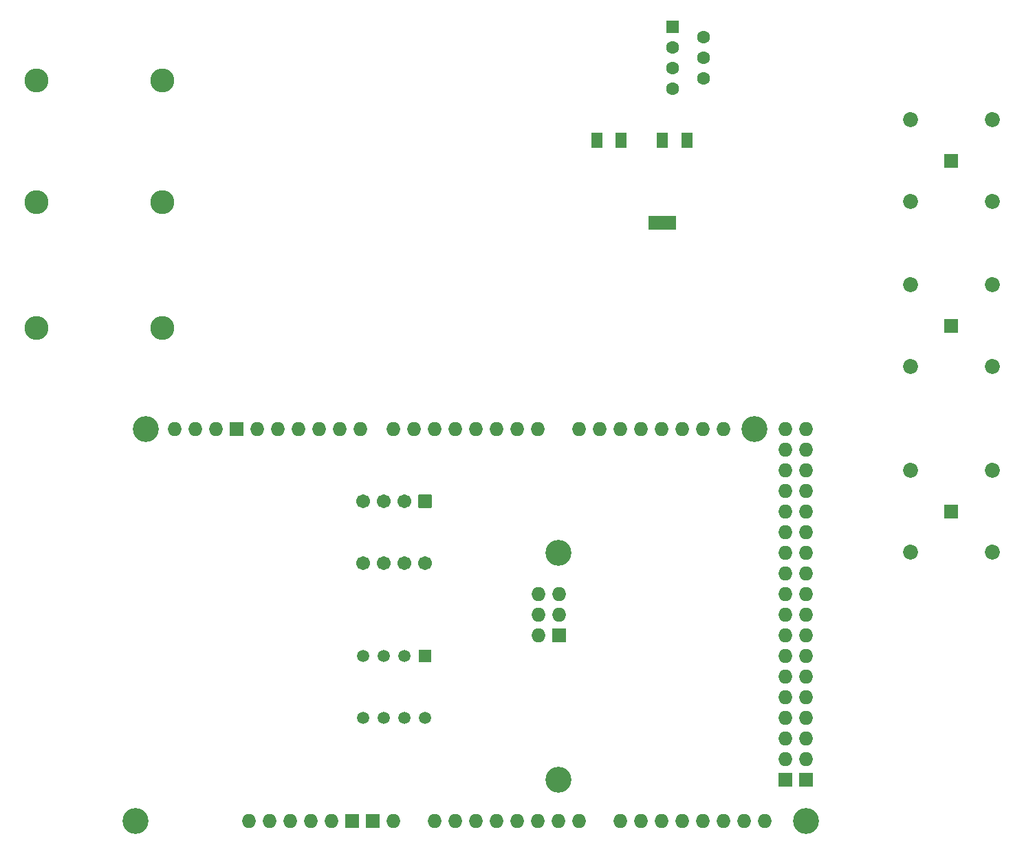
<source format=gbr>
%TF.GenerationSoftware,KiCad,Pcbnew,7.0.10*%
%TF.CreationDate,2024-01-29T13:59:38-08:00*%
%TF.ProjectId,V2_rampGen,56325f72-616d-4704-9765-6e2e6b696361,rev?*%
%TF.SameCoordinates,Original*%
%TF.FileFunction,Soldermask,Bot*%
%TF.FilePolarity,Negative*%
%FSLAX46Y46*%
G04 Gerber Fmt 4.6, Leading zero omitted, Abs format (unit mm)*
G04 Created by KiCad (PCBNEW 7.0.10) date 2024-01-29 13:59:38*
%MOMM*%
%LPD*%
G01*
G04 APERTURE LIST*
G04 Aperture macros list*
%AMRoundRect*
0 Rectangle with rounded corners*
0 $1 Rounding radius*
0 $2 $3 $4 $5 $6 $7 $8 $9 X,Y pos of 4 corners*
0 Add a 4 corners polygon primitive as box body*
4,1,4,$2,$3,$4,$5,$6,$7,$8,$9,$2,$3,0*
0 Add four circle primitives for the rounded corners*
1,1,$1+$1,$2,$3*
1,1,$1+$1,$4,$5*
1,1,$1+$1,$6,$7*
1,1,$1+$1,$8,$9*
0 Add four rect primitives between the rounded corners*
20,1,$1+$1,$2,$3,$4,$5,0*
20,1,$1+$1,$4,$5,$6,$7,0*
20,1,$1+$1,$6,$7,$8,$9,0*
20,1,$1+$1,$8,$9,$2,$3,0*%
G04 Aperture macros list end*
%ADD10C,2.950000*%
%ADD11R,1.700000X1.700000*%
%ADD12C,1.850000*%
%ADD13R,1.600000X1.600000*%
%ADD14C,1.600000*%
%ADD15C,3.200000*%
%ADD16O,1.727200X1.727200*%
%ADD17R,1.727200X1.727200*%
%ADD18R,1.500000X1.500000*%
%ADD19C,1.500000*%
%ADD20RoundRect,0.102000X-0.749300X0.749300X-0.749300X-0.749300X0.749300X-0.749300X0.749300X0.749300X0*%
%ADD21C,1.702600*%
%ADD22R,1.455740X1.858220*%
%ADD23R,3.430000X1.780000*%
G04 APERTURE END LIST*
D10*
%TO.C,J8*%
X70499990Y-84119970D03*
X54999990Y-84119970D03*
%TD*%
%TO.C,J9*%
X70499990Y-68580000D03*
X54999990Y-68580000D03*
%TD*%
D11*
%TO.C,J7*%
X167640000Y-106679990D03*
D12*
X162590020Y-101630010D03*
X172689980Y-101630010D03*
X162590020Y-111730020D03*
X172689980Y-111730020D03*
%TD*%
D11*
%TO.C,J6*%
X167640000Y-83819990D03*
D12*
X162590020Y-78770010D03*
X172689980Y-78770010D03*
X162590020Y-88870020D03*
X172689980Y-88870020D03*
%TD*%
D10*
%TO.C,J5*%
X70499990Y-53639970D03*
X54999990Y-53639970D03*
%TD*%
D13*
%TO.C,U1*%
X133350000Y-46990000D03*
D14*
X137160000Y-48260000D03*
X133350000Y-49530000D03*
X137160000Y-50800000D03*
X133350000Y-52070000D03*
X137160000Y-53340000D03*
X133350000Y-54610000D03*
%TD*%
D15*
%TO.C,A1*%
X67183000Y-144780000D03*
X68453000Y-96520000D03*
D16*
X81153000Y-144780000D03*
D15*
X119253000Y-111760000D03*
X119253000Y-139700000D03*
X143383000Y-96520000D03*
X149733000Y-144780000D03*
D16*
X88773000Y-144780000D03*
X91313000Y-144780000D03*
X119380000Y-116840000D03*
X147193000Y-96520000D03*
X149733000Y-96520000D03*
X104013000Y-144780000D03*
X106553000Y-144780000D03*
X109093000Y-144780000D03*
X111633000Y-144780000D03*
X114173000Y-144780000D03*
X116713000Y-144780000D03*
X119253000Y-144780000D03*
X121793000Y-144780000D03*
X126873000Y-144780000D03*
X129413000Y-144780000D03*
X131953000Y-144780000D03*
X134493000Y-144780000D03*
X77089000Y-96520000D03*
X142113000Y-144780000D03*
X144653000Y-144780000D03*
X116713000Y-96520000D03*
X114173000Y-96520000D03*
X111633000Y-96520000D03*
X109093000Y-96520000D03*
X106553000Y-96520000D03*
X104013000Y-96520000D03*
X101473000Y-96520000D03*
X98933000Y-96520000D03*
X94869000Y-96520000D03*
X92329000Y-96520000D03*
X89789000Y-96520000D03*
X87249000Y-96520000D03*
X84709000Y-96520000D03*
X82169000Y-96520000D03*
X121793000Y-96520000D03*
X124333000Y-96520000D03*
X126873000Y-96520000D03*
X129413000Y-96520000D03*
X131953000Y-96520000D03*
X134493000Y-96520000D03*
X137033000Y-96520000D03*
X139573000Y-96520000D03*
X147193000Y-99060000D03*
X149733000Y-99060000D03*
X147193000Y-101600000D03*
X149733000Y-101600000D03*
X147193000Y-104140000D03*
X149733000Y-104140000D03*
X147193000Y-106680000D03*
X149733000Y-106680000D03*
X147193000Y-109220000D03*
X149733000Y-109220000D03*
X147193000Y-111760000D03*
X149733000Y-111760000D03*
X147193000Y-114300000D03*
X149733000Y-114300000D03*
X147193000Y-116840000D03*
X149733000Y-116840000D03*
X147193000Y-119380000D03*
X149733000Y-119380000D03*
X147193000Y-121920000D03*
X149733000Y-121920000D03*
X147193000Y-124460000D03*
X149733000Y-124460000D03*
X147193000Y-127000000D03*
X149733000Y-127000000D03*
X147193000Y-129540000D03*
X149733000Y-129540000D03*
X147193000Y-132080000D03*
X149733000Y-132080000D03*
X147193000Y-134620000D03*
X149733000Y-134620000D03*
X147193000Y-137160000D03*
X149733000Y-137160000D03*
X137033000Y-144780000D03*
X139573000Y-144780000D03*
D17*
X79629000Y-96520000D03*
X93853000Y-144780000D03*
X96393000Y-144780000D03*
X119380000Y-121920000D03*
X147193000Y-139700000D03*
X149733000Y-139700000D03*
D16*
X83693000Y-144780000D03*
X116840000Y-116840000D03*
X119380000Y-119380000D03*
X86233000Y-144780000D03*
X116840000Y-121920000D03*
X116840000Y-119380000D03*
X72009000Y-96520000D03*
X74549000Y-96520000D03*
X98933000Y-144780000D03*
%TD*%
D11*
%TO.C,J4*%
X167640000Y-63499990D03*
D12*
X162590020Y-58450010D03*
X172689980Y-58450010D03*
X162590020Y-68550020D03*
X172689980Y-68550020D03*
%TD*%
D18*
%TO.C,U2*%
X102870000Y-124460000D03*
D19*
X100330000Y-124460000D03*
X97790000Y-124460000D03*
X95250000Y-124460000D03*
X95250000Y-132080000D03*
X97790000Y-132080000D03*
X100330000Y-132080000D03*
X102870000Y-132080000D03*
%TD*%
D20*
%TO.C,U3*%
X102870000Y-105410000D03*
D21*
X100330000Y-105410000D03*
X97790000Y-105410000D03*
X95250000Y-105410000D03*
X95250000Y-113030000D03*
X97790000Y-113030000D03*
X100330000Y-113030000D03*
X102870000Y-113030000D03*
%TD*%
D22*
%TO.C,R2*%
X123997510Y-60960000D03*
X127000000Y-60960000D03*
%TD*%
D23*
%TO.C,J1*%
X132080000Y-71120000D03*
%TD*%
D22*
%TO.C,R1*%
X132080000Y-60960000D03*
X135082490Y-60960000D03*
%TD*%
M02*

</source>
